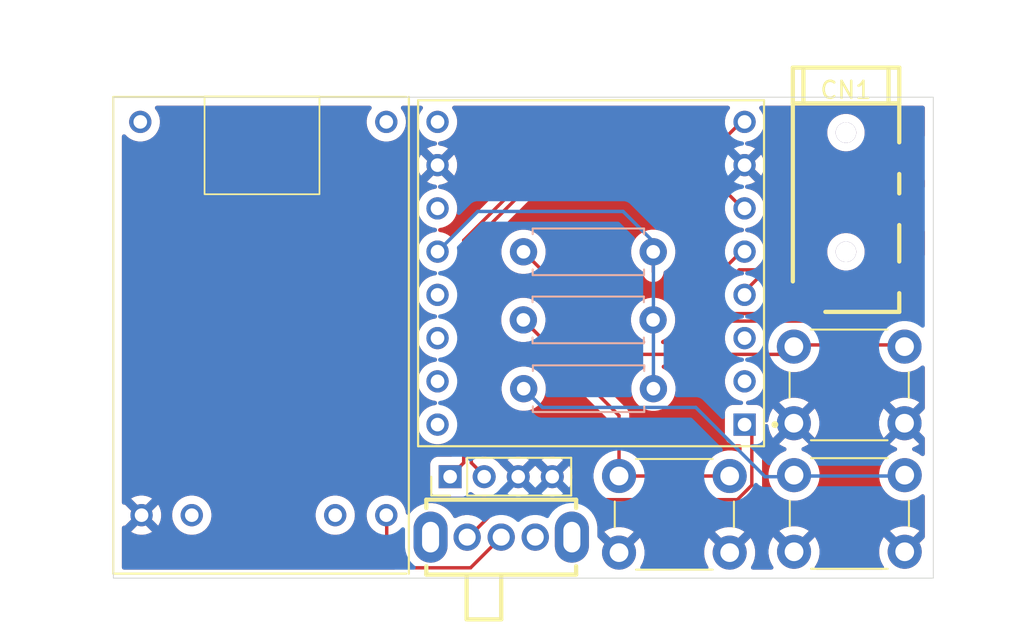
<source format=kicad_pcb>
(kicad_pcb (version 20241229) (generator "pcbnew") (generator_version "9.0")
  (layers (0 "F.Cu" signal) (2 "B.Cu" signal) (13 "F.Paste" user) (15 "B.Paste" user) (5 "F.SilkS" user "F.Silkscreen") (7 "B.SilkS" user "B.Silkscreen") (1 "F.Mask" user) (3 "B.Mask" user) (25 "Edge.Cuts" user))
  (net 0 "")
  (net 3 "DAC_L")
  (net 5 "DAC_R")
  (net 6 "GND")
  (net 7 "B-")
  (net 8 "TF")
  (net 9 "TP")
  (net 16 "B+")
  (net 17 "OUT+")
  (net 18 "OUT-")
  (net 19 "Net-(R1-Pad1)")
  (net 20 "ADKEY1")
  (net 21 "Net-(R2-Pad1)")
  (net 22 "Net-(R3-Pad1)")
  (footprint "Button_Switch_THT:SW_PUSH_6mm" (layer "F.Cu") (at 110.75 127.15)
    (property "Reference" "SW2" (hide yes))
    (property "Value" "SW_Push" (hide yes))
    (fp_line (start -0.25 1.5) (end -0.25 3) (stroke (width 0.12)) (layer "F.SilkS"))
    (fp_line (start 1 5.5) (end 5.5 5.5) (stroke (width 0.12)) (layer "F.SilkS"))
    (fp_line (start 5.5 -1) (end 1 -1) (stroke (width 0.12)) (layer "F.SilkS"))
    (fp_line (start 6.75 3) (end 6.75 1.5) (stroke (width 0.12)) (layer "F.SilkS"))
    (pad "1" thru_hole circle (at 0 0 90) (size 2 2) (drill 1.1) (layers "*.Cu" "*.Mask") (net 21 "Net-(R2-Pad1)"))
    (pad "1" thru_hole circle (at 6.5 0 90) (size 2 2) (drill 1.1) (layers "*.Cu" "*.Mask") (net 21 "Net-(R2-Pad1)"))
    (pad "2" thru_hole circle (at 0 4.5 90) (size 2 2) (drill 1.1) (layers "*.Cu" "*.Mask") (net 6 "GND"))
    (pad "2" thru_hole circle (at 6.5 4.5 90) (size 2 2) (drill 1.1) (layers "*.Cu" "*.Mask") (net 6 "GND"))
  )
  (footprint "Button_Switch_THT:SW_PUSH_6mm" (layer "F.Cu") (at 121.03 127.1)
    (property "Reference" "SW1" (hide yes))
    (property "Value" "SW_Push" (hide yes))
    (fp_line (start -0.25 1.5) (end -0.25 3) (stroke (width 0.12)) (layer "F.SilkS"))
    (fp_line (start 1 5.5) (end 5.5 5.5) (stroke (width 0.12)) (layer "F.SilkS"))
    (fp_line (start 5.5 -1) (end 1 -1) (stroke (width 0.12)) (layer "F.SilkS"))
    (fp_line (start 6.75 3) (end 6.75 1.5) (stroke (width 0.12)) (layer "F.SilkS"))
    (pad "1" thru_hole circle (at 0 0 90) (size 2 2) (drill 1.1) (layers "*.Cu" "*.Mask") (net 19 "Net-(R1-Pad1)"))
    (pad "1" thru_hole circle (at 6.5 0 90) (size 2 2) (drill 1.1) (layers "*.Cu" "*.Mask") (net 19 "Net-(R1-Pad1)"))
    (pad "2" thru_hole circle (at 0 4.5 90) (size 2 2) (drill 1.1) (layers "*.Cu" "*.Mask") (net 6 "GND"))
    (pad "2" thru_hole circle (at 6.5 4.5 90) (size 2 2) (drill 1.1) (layers "*.Cu" "*.Mask") (net 6 "GND"))
  )
  (footprint "easyeda2kicad:AUDIO-SMD_PJ-320D" (layer "F.Cu") (at 124.08 112.53)
    (property "Reference" "CN1" (at 0 -8.05 0) (layer "F.SilkS"))
    (property "Value" "PJ-320D")
    (fp_line (start -3.12 -9.37) (end -3.12 3.19) (stroke (width 0.25)) (layer "F.SilkS"))
    (fp_line (start -3.12 -9.37) (end 3.13 -9.37) (stroke (width 0.25)) (layer "F.SilkS"))
    (fp_line (start -2.5 -9.37) (end -2.5 -7.27) (stroke (width 0.25)) (layer "F.SilkS"))
    (fp_line (start 2.5 -7.27) (end 2.5 -9.37) (stroke (width 0.25)) (layer "F.SilkS"))
    (fp_line (start 3.13 -9.37) (end 3.13 -4.98) (stroke (width 0.25)) (layer "F.SilkS"))
    (fp_line (start 3.13 -7.27) (end -3.12 -7.27) (stroke (width 0.25)) (layer "F.SilkS"))
    (fp_line (start 3.13 -3.12) (end 3.13 -1.98) (stroke (width 0.25)) (layer "F.SilkS"))
    (fp_line (start 3.13 -0.12) (end 3.13 2.02) (stroke (width 0.25)) (layer "F.SilkS"))
    (fp_line (start 3.13 3.88) (end 3.13 4.98) (stroke (width 0.25)) (layer "F.SilkS"))
    (fp_line (start 3.13 4.98) (end -1.21 4.98) (stroke (width 0.25)) (layer "F.SilkS"))
    (pad "" thru_hole circle (at 0 -5.55) (size 1.2 1.2) (drill 1.2) (layers "*.Cu" "*.Mask"))
    (pad "" thru_hole circle (at 0 1.45) (size 1.2 1.2) (drill 1.2) (layers "*.Cu" "*.Mask"))
    (pad "1" smd rect (at -3 4.05) (size 3 1.4) (layers "F.Cu" "F.Mask" "F.Paste") (net 6 "GND"))
    (pad "2" smd rect (at 3 -4.05) (size 3 1.4) (layers "F.Cu" "F.Mask" "F.Paste"))
    (pad "3" smd rect (at 3 -1.05) (size 3 1.4) (layers "F.Cu" "F.Mask" "F.Paste") (net 5 "DAC_R"))
    (pad "4" smd rect (at 3 2.95) (size 3 1.4) (layers "F.Cu" "F.Mask" "F.Paste") (net 3 "DAC_L"))
  )
  (footprint "Button_Switch_THT:SW_PUSH_6mm" (layer "F.Cu") (at 121.02 119.55)
    (property "Reference" "SW3" (hide yes))
    (property "Value" "SW_Push" (hide yes))
    (fp_line (start -0.25 1.5) (end -0.25 3) (stroke (width 0.12)) (layer "F.SilkS"))
    (fp_line (start 1 5.5) (end 5.5 5.5) (stroke (width 0.12)) (layer "F.SilkS"))
    (fp_line (start 5.5 -1) (end 1 -1) (stroke (width 0.12)) (layer "F.SilkS"))
    (fp_line (start 6.75 3) (end 6.75 1.5) (stroke (width 0.12)) (layer "F.SilkS"))
    (pad "1" thru_hole circle (at 0 0 90) (size 2 2) (drill 1.1) (layers "*.Cu" "*.Mask") (net 22 "Net-(R3-Pad1)"))
    (pad "1" thru_hole circle (at 6.5 0 90) (size 2 2) (drill 1.1) (layers "*.Cu" "*.Mask") (net 22 "Net-(R3-Pad1)"))
    (pad "2" thru_hole circle (at 0 4.5 90) (size 2 2) (drill 1.1) (layers "*.Cu" "*.Mask") (net 6 "GND"))
    (pad "2" thru_hole circle (at 6.5 4.5 90) (size 2 2) (drill 1.1) (layers "*.Cu" "*.Mask") (net 6 "GND"))
  )
  (footprint "Connector_PinHeader_2.00mm:PinHeader_1x04_P2.00mm_Vertical" (layer "F.Cu") (at 100.83 127.19 90)
    (property "Reference" "J1" (hide yes))
    (property "Value" "Conn_02x02_Top_Bottom" (hide yes))
    (fp_line (start -1.11 -1.11) (end 0 -1.11) (stroke (width 0.12)) (layer "F.SilkS"))
    (fp_line (start -1.11 0) (end -1.11 -1.11) (stroke (width 0.12)) (layer "F.SilkS"))
    (fp_line (start 1.11 1) (end 1.11 7.11) (stroke (width 0.12)) (layer "F.SilkS"))
    (fp_line (start -1.11 1) (end 1.11 1) (stroke (width 0.12)) (layer "F.SilkS"))
    (fp_line (start -1.11 1) (end -1.11 7.11) (stroke (width 0.12)) (layer "F.SilkS"))
    (fp_line (start -1.11 7.11) (end 1.11 7.11) (stroke (width 0.12)) (layer "F.SilkS"))
    (pad "1" thru_hole rect (at 0 0 90) (size 1.35 1.35) (drill 0.8) (layers "*.Cu" "*.Mask") (net 18 "OUT-"))
    (pad "2" thru_hole circle (at 0 2 90) (size 1.35 1.35) (drill 0.8) (layers "*.Cu" "*.Mask") (net 17 "OUT+"))
    (pad "3" thru_hole circle (at 0 4 90) (size 1.35 1.35) (drill 0.8) (layers "*.Cu" "*.Mask") (net 6 "GND"))
    (pad "4" thru_hole circle (at 0 6 90) (size 1.35 1.35) (drill 0.8) (layers "*.Cu" "*.Mask") (net 6 "GND"))
  )
  (footprint "easyeda2kicad:SW-TH_SK12D07VG5" (layer "F.Cu") (at 103.83 130.74)
    (property "Reference" "SW4" (hide yes))
    (property "Value" "SW_SPST" (hide yes))
    (fp_line (start -4.4 -2.2) (end -4.4 -1.71) (stroke (width 0.25)) (layer "F.SilkS"))
    (fp_line (start -4.4 1.71) (end -4.4 2.2) (stroke (width 0.25)) (layer "F.SilkS"))
    (fp_line (start -2.03 2.29) (end -2.03 4.83) (stroke (width 0.25)) (layer "F.SilkS"))
    (fp_line (start -2.03 4.83) (end 0 4.83) (stroke (width 0.25)) (layer "F.SilkS"))
    (fp_line (start 0 4.83) (end 0 2.2) (stroke (width 0.25)) (layer "F.SilkS"))
    (fp_line (start 4.4 -2.2) (end -4.4 -2.2) (stroke (width 0.25)) (layer "F.SilkS"))
    (fp_line (start 4.4 -2.2) (end 4.4 -1.71) (stroke (width 0.25)) (layer "F.SilkS"))
    (fp_line (start 4.4 1.71) (end 4.4 2.2) (stroke (width 0.25)) (layer "F.SilkS"))
    (fp_line (start 4.4 2.2) (end -4.4 2.2) (stroke (width 0.25)) (layer "F.SilkS"))
    (pad "1" thru_hole oval (at -2 0 180) (size 1.6 1.6) (drill 0.999998) (layers "*.Cu" "*.Mask") (net 8 "TF"))
    (pad "2" thru_hole oval (at 0 0 180) (size 1.6 1.6) (drill 0.999998) (layers "*.Cu" "*.Mask") (net 9 "TP"))
    (pad "3" thru_hole oval (at 2 0 180) (size 1.6 1.6) (drill 0.999998) (layers "*.Cu" "*.Mask"))
    (pad "4" thru_hole oval (at 4.15 0 270) (size 3 2) (drill oval 1.799996 0.999998) (layers "*.Cu" "*.Mask"))
    (pad "5" thru_hole oval (at -4.15 0 270) (size 3 2) (drill oval 1.799996 0.999998) (layers "*.Cu" "*.Mask"))
  )
  (footprint "Ayaan's Library:TP4056" (layer "F.Cu") (at 89.905 120.775 -90)
    (property "Reference" "U2" (hide yes))
    (property "Value" "TP4056" (hide yes))
    (fp_line (start -15.89 8.86) (end -15.89 -8.34) (stroke (width 0.127)) (layer "F.SilkS"))
    (fp_line (start 12.11 8.86) (end -15.89 8.86) (stroke (width 0.127)) (layer "F.SilkS"))
    (fp_line (start 12.11 -8.34) (end 12.11 8.86) (stroke (width 0.127)) (layer "F.SilkS"))
    (fp_line (start -15.89 -8.5) (end 12.11 -8.5) (stroke (width 0.127)) (layer "F.SilkS"))
    (fp_rect (start -15.92 -3.25) (end -10.175 3.5) (stroke (width 0.1)) (fill no) (layer "F.SilkS"))
    (pad "1" thru_hole circle (at -14.425 -7.175 270) (size 1.308 1.308) (drill 0.8) (layers "*.Cu" "*.Mask"))
    (pad "2" thru_hole circle (at -14.425 7.275 270) (size 1.308 1.308) (drill 0.8) (layers "*.Cu" "*.Mask"))
    (pad "3" thru_hole circle (at 8.675 -7.175 270) (size 1.308 1.308) (drill 0.8) (layers "*.Cu" "*.Mask") (net 9 "TP"))
    (pad "4" thru_hole circle (at 8.675 -4.175 270) (size 1.308 1.308) (drill 0.8) (layers "*.Cu" "*.Mask") (net 16 "B+"))
    (pad "5" thru_hole circle (at 8.675 4.25 270) (size 1.308 1.308) (drill 0.8) (layers "*.Cu" "*.Mask") (net 7 "B-"))
    (pad "6" thru_hole circle (at 8.675 7.2 270) (size 1.308 1.308) (drill 0.8) (layers "*.Cu" "*.Mask") (net 6 "GND"))
  )
  (footprint "Ayaan's Library:MODULE_DFR0299" (layer "F.Cu") (at 109.107 115.24 180)
    (property "Reference" "U1" (hide yes))
    (property "Value" "DFR0299" (hide yes))
    (fp_line (start 10.16 10.16) (end -10.16 10.16) (stroke (width 0.127)) (layer "F.SilkS"))
    (fp_line (start 10.16 -10.16) (end 10.16 10.16) (stroke (width 0.127)) (layer "F.SilkS"))
    (fp_line (start -10.16 10.16) (end -10.16 -10.16) (stroke (width 0.127)) (layer "F.SilkS"))
    (fp_line (start -10.16 -10.16) (end 10.16 -10.16) (stroke (width 0.127)) (layer "F.SilkS"))
    (fp_circle (center -10.8 -8.89) (end -10.7 -8.89) (stroke (width 0.2)) (fill no) (layer "F.SilkS"))
    (pad "1" thru_hole rect (at -9.017 -8.89 180) (size 1.308 1.308) (drill 0.8) (layers "*.Cu" "*.Mask") (net 8 "TF"))
    (pad "2" thru_hole circle (at -9.017 -6.35 180) (size 1.308 1.308) (drill 0.8) (layers "*.Cu" "*.Mask"))
    (pad "3" thru_hole circle (at -9.017 -3.81 180) (size 1.308 1.308) (drill 0.8) (layers "*.Cu" "*.Mask"))
    (pad "4" thru_hole circle (at -9.017 -1.27 180) (size 1.308 1.308) (drill 0.8) (layers "*.Cu" "*.Mask") (net 5 "DAC_R"))
    (pad "5" thru_hole circle (at -9.017 1.27 180) (size 1.308 1.308) (drill 0.8) (layers "*.Cu" "*.Mask") (net 3 "DAC_L"))
    (pad "6" thru_hole circle (at -9.017 3.81 180) (size 1.308 1.308) (drill 0.8) (layers "*.Cu" "*.Mask") (net 17 "OUT+"))
    (pad "7" thru_hole circle (at -9.017 6.35 180) (size 1.308 1.308) (drill 0.8) (layers "*.Cu" "*.Mask") (net 6 "GND"))
    (pad "8" thru_hole circle (at -9.017 8.89 180) (size 1.308 1.308) (drill 0.8) (layers "*.Cu" "*.Mask") (net 18 "OUT-"))
    (pad "9" thru_hole circle (at 9.017 8.89 180) (size 1.308 1.308) (drill 0.8) (layers "*.Cu" "*.Mask"))
    (pad "10" thru_hole circle (at 9.017 6.35 180) (size 1.308 1.308) (drill 0.8) (layers "*.Cu" "*.Mask") (net 6 "GND"))
    (pad "11" thru_hole circle (at 9.017 3.81 180) (size 1.308 1.308) (drill 0.8) (layers "*.Cu" "*.Mask"))
    (pad "12" thru_hole circle (at 9.017 1.27 180) (size 1.308 1.308) (drill 0.8) (layers "*.Cu" "*.Mask") (net 20 "ADKEY1"))
    (pad "13" thru_hole circle (at 9.017 -1.27 180) (size 1.308 1.308) (drill 0.8) (layers "*.Cu" "*.Mask"))
    (pad "14" thru_hole circle (at 9.017 -3.81 180) (size 1.308 1.308) (drill 0.8) (layers "*.Cu" "*.Mask"))
    (pad "15" thru_hole circle (at 9.017 -6.35 180) (size 1.308 1.308) (drill 0.8) (layers "*.Cu" "*.Mask"))
    (pad "16" thru_hole circle (at 9.017 -8.89 180) (size 1.308 1.308) (drill 0.8) (layers "*.Cu" "*.Mask"))
  )
  (footprint "Resistor_THT:R_Axial_DIN0207_L6.3mm_D2.5mm_P7.62mm_Horizontal" (layer "B.Cu") (at 105.15 122.02)
    (property "Reference" "R1" (hide yes))
    (property "Value" "R" (hide yes))
    (fp_line (start 0.54 -1.37) (end 7.08 -1.37) (stroke (width 0.12)) (layer "B.SilkS"))
    (fp_line (start 0.54 -1.04) (end 0.54 -1.37) (stroke (width 0.12)) (layer "B.SilkS"))
    (fp_line (start 0.54 1.04) (end 0.54 1.37) (stroke (width 0.12)) (layer "B.SilkS"))
    (fp_line (start 0.54 1.37) (end 7.08 1.37) (stroke (width 0.12)) (layer "B.SilkS"))
    (fp_line (start 7.08 -1.37) (end 7.08 -1.04) (stroke (width 0.12)) (layer "B.SilkS"))
    (fp_line (start 7.08 1.37) (end 7.08 1.04) (stroke (width 0.12)) (layer "B.SilkS"))
    (pad "1" thru_hole circle (at 0 0) (size 1.6 1.6) (drill 0.8) (layers "*.Cu" "*.Mask") (net 19 "Net-(R1-Pad1)"))
    (pad "2" thru_hole circle (at 7.62 0) (size 1.6 1.6) (drill 0.8) (layers "*.Cu" "*.Mask") (net 20 "ADKEY1"))
  )
  (footprint "Resistor_THT:R_Axial_DIN0207_L6.3mm_D2.5mm_P7.62mm_Horizontal" (layer "B.Cu") (at 105.14 113.98)
    (property "Reference" "R3" (hide yes))
    (property "Value" "R" (hide yes))
    (fp_line (start 0.54 -1.37) (end 7.08 -1.37) (stroke (width 0.12)) (layer "B.SilkS"))
    (fp_line (start 0.54 -1.04) (end 0.54 -1.37) (stroke (width 0.12)) (layer "B.SilkS"))
    (fp_line (start 0.54 1.04) (end 0.54 1.37) (stroke (width 0.12)) (layer "B.SilkS"))
    (fp_line (start 0.54 1.37) (end 7.08 1.37) (stroke (width 0.12)) (layer "B.SilkS"))
    (fp_line (start 7.08 -1.37) (end 7.08 -1.04) (stroke (width 0.12)) (layer "B.SilkS"))
    (fp_line (start 7.08 1.37) (end 7.08 1.04) (stroke (width 0.12)) (layer "B.SilkS"))
    (pad "1" thru_hole circle (at 0 0) (size 1.6 1.6) (drill 0.8) (layers "*.Cu" "*.Mask") (net 22 "Net-(R3-Pad1)"))
    (pad "2" thru_hole circle (at 7.62 0) (size 1.6 1.6) (drill 0.8) (layers "*.Cu" "*.Mask") (net 20 "ADKEY1"))
  )
  (footprint "Resistor_THT:R_Axial_DIN0207_L6.3mm_D2.5mm_P7.62mm_Horizontal" (layer "B.Cu") (at 105.13 117.98)
    (property "Reference" "R2" (hide yes))
    (property "Value" "R" (hide yes))
    (fp_line (start 0.54 -1.37) (end 7.08 -1.37) (stroke (width 0.12)) (layer "B.SilkS"))
    (fp_line (start 0.54 -1.04) (end 0.54 -1.37) (stroke (width 0.12)) (layer "B.SilkS"))
    (fp_line (start 0.54 1.04) (end 0.54 1.37) (stroke (width 0.12)) (layer "B.SilkS"))
    (fp_line (start 0.54 1.37) (end 7.08 1.37) (stroke (width 0.12)) (layer "B.SilkS"))
    (fp_line (start 7.08 -1.37) (end 7.08 -1.04) (stroke (width 0.12)) (layer "B.SilkS"))
    (fp_line (start 7.08 1.37) (end 7.08 1.04) (stroke (width 0.12)) (layer "B.SilkS"))
    (pad "1" thru_hole circle (at 0 0) (size 1.6 1.6) (drill 0.8) (layers "*.Cu" "*.Mask") (net 21 "Net-(R2-Pad1)"))
    (pad "2" thru_hole circle (at 7.62 0) (size 1.6 1.6) (drill 0.8) (layers "*.Cu" "*.Mask") (net 20 "ADKEY1"))
  )
  (gr_rect (start 81.05 104.9) (end 129.21 133.15) (stroke (width 0.05)) (fill no) (layer "Edge.Cuts"))
  (segment (start 116.27 117.09) (end 117.23 118.05) (width 0.2) (layer "F.Cu") (net 3))
  (segment (start 124.745 118.05) (end 127.4 115.395) (width 0.2) (layer "F.Cu") (net 3))
  (segment (start 116.27 115.627) (end 116.27 117.09) (width 0.2) (layer "F.Cu") (net 3))
  (segment (start 117.967 113.93) (end 116.27 115.627) (width 0.2) (layer "F.Cu") (net 3))
  (segment (start 117.23 118.05) (end 124.745 118.05) (width 0.2) (layer "F.Cu") (net 3))
  (segment (start 123.042 111.395) (end 127.4 111.395) (width 0.2) (layer "F.Cu") (net 5))
  (segment (start 117.967 116.47) (end 123.042 111.395) (width 0.2) (layer "F.Cu") (net 5))
  (segment (start 117.81 115.04) (end 118.81 115.04) (width 0.2) (layer "F.Cu") (net 6))
  (segment (start 116.72355 116.97645) (end 116.72355 116.12645) (width 0.2) (layer "F.Cu") (net 6))
  (segment (start 118.81 115.04) (end 119.35 114.5) (width 0.2) (layer "F.Cu") (net 6))
  (segment (start 119.35 114.5) (end 119.35 110.233) (width 0.2) (layer "F.Cu") (net 6))
  (segment (start 116.72355 116.12645) (end 117.81 115.04) (width 0.2) (layer "F.Cu") (net 6))
  (segment (start 121.08 116.58) (end 120.05 117.61) (width 0.2) (layer "F.Cu") (net 6))
  (segment (start 119.35 110.233) (end 117.967 108.85) (width 0.2) (layer "F.Cu") (net 6))
  (segment (start 117.3571 117.61) (end 116.72355 116.97645) (width 0.2) (layer "F.Cu") (net 6))
  (segment (start 120.05 117.61) (end 117.3571 117.61) (width 0.2) (layer "F.Cu") (net 6))
  (segment (start 117.699892 128.54) (end 104.11 128.54) (width 0.2) (layer "F.Cu") (net 8))
  (segment (start 104.11 128.54) (end 101.85 130.8) (width 0.2) (layer "F.Cu") (net 8))
  (segment (start 118.551 127.688892) (end 117.699892 128.54) (width 0.2) (layer "F.Cu") (net 8))
  (segment (start 118.551 124.674) (end 118.551 127.688892) (width 0.2) (layer "F.Cu") (net 8))
  (segment (start 117.967 124.09) (end 118.551 124.674) (width 0.2) (layer "F.Cu") (net 8))
  (segment (start 102.029 132.541) (end 98.601 132.541) (width 0.2) (layer "F.Cu") (net 9))
  (segment (start 97.105 131.045) (end 97.105 129.47325) (width 0.2) (layer "F.Cu") (net 9))
  (segment (start 98.601 132.541) (end 97.105 131.045) (width 0.2) (layer "F.Cu") (net 9))
  (segment (start 103.83 130.74) (end 102.029 132.541) (width 0.2) (layer "F.Cu") (net 9))
  (segment (start 115.652001 109.075001) (end 106.493197 109.075001) (width 0.2) (layer "F.Cu") (net 17))
  (segment (start 102.075001 126.375001) (end 102.85 127.15) (width 0.2) (layer "F.Cu") (net 17))
  (segment (start 117.967 111.39) (end 115.652001 109.075001) (width 0.2) (layer "F.Cu") (net 17))
  (segment (start 106.493197 109.075001) (end 102.075001 113.493197) (width 0.2) (layer "F.Cu") (net 17))
  (segment (start 102.075001 113.493197) (end 102.075001 126.375001) (width 0.2) (layer "F.Cu") (net 17))
  (segment (start 101.624999 113.306803) (end 101.624999 126.375001) (width 0.2) (layer "F.Cu") (net 18))
  (segment (start 115.652001 108.624999) (end 106.306803 108.624999) (width 0.2) (layer "F.Cu") (net 18))
  (segment (start 101.624999 126.375001) (end 100.85 127.15) (width 0.2) (layer "F.Cu") (net 18))
  (segment (start 106.306803 108.624999) (end 101.624999 113.306803) (width 0.2) (layer "F.Cu") (net 18))
  (segment (start 117.967 106.31) (end 115.652001 108.624999) (width 0.2) (layer "F.Cu") (net 18))
  (segment (start 105.14 122.01) (end 105.13 122.02) (width 0.2) (layer "B.Cu") (net 19))
  (segment (start 121.02 127.19) (end 119.329 127.19) (width 0.2) (layer "B.Cu") (net 19))
  (segment (start 120.3 127.15) (end 126.8 127.15) (width 0.2) (layer "B.Cu") (net 19))
  (segment (start 119.329 127.19) (end 115.26 123.121) (width 0.2) (layer "B.Cu") (net 19))
  (segment (start 106.251 123.121) (end 105.15 122.02) (width 0.2) (layer "B.Cu") (net 19))
  (segment (start 115.26 123.121) (end 106.251 123.121) (width 0.2) (layer "B.Cu") (net 19))
  (segment (start 112.76 114.76) (end 112.76 115.153574) (width 0.2) (layer "F.Cu") (net 20))
  (segment (start 112.76 113.98) (end 112.76 113.99) (width 0.2) (layer "B.Cu") (net 20))
  (segment (start 100.09 113.97) (end 102.45 111.61) (width 0.2) (layer "B.Cu") (net 20))
  (segment (start 112.76 113.99) (end 112.77 114) (width 0.2) (layer "B.Cu") (net 20))
  (segment (start 112.77 114) (end 112.77 122.02) (width 0.2) (layer "B.Cu") (net 20))
  (segment (start 102.45 111.61) (end 110.99 111.61) (width 0.2) (layer "B.Cu") (net 20))
  (segment (start 112.76 113.38) (end 112.76 113.98) (width 0.2) (layer "B.Cu") (net 20))
  (segment (start 110.99 111.61) (end 112.76 113.38) (width 0.2) (layer "B.Cu") (net 20))
  (segment (start 105.13 117.98) (end 110.75 123.6) (width 0.2) (layer "F.Cu") (net 21))
  (segment (start 110.75 123.6) (end 110.75 127.15) (width 0.2) (layer "F.Cu") (net 21))
  (segment (start 110.75 127.15) (end 117.25 127.15) (width 0.2) (layer "F.Cu") (net 21))
  (segment (start 121.1 119.45) (end 127.6 119.45) (width 0.2) (layer "F.Cu") (net 22))
  (segment (start 111.165 120.005) (end 120.565 120.005) (width 0.2) (layer "F.Cu") (net 22))
  (segment (start 120.565 120.005) (end 121.02 119.55) (width 0.2) (layer "F.Cu") (net 22))
  (segment (start 105.14 113.98) (end 111.165 120.005) (width 0.2) (layer "F.Cu") (net 22))
  (segment (start 120.585 119.965) (end 121.1 119.45) (width 0.2) (layer "F.Cu") (net 22))
  (segment (start 105.13 113.97) (end 105.14 113.98) (width 0.2) (layer "B.Cu") (net 22))
  (segment (start 105.14 113.98) (end 105.14 114.44) (width 0.2) (layer "B.Cu") (net 22))
  (zone (net 6) (net_name "GND") (layers "F.Cu" "B.Cu") (connect_pads (clearance 0.5)) (min_thickness 0.25) (fill yes (thermal_gap 0.5) (thermal_bridge_width 0.5))
    (polygon (pts (xy 74.39 99.23) (xy 74.95 136.56) (xy 134.55 136.18) (xy 133.99 100.72) (xy 74.4 99.19)))
  )
)
</source>
